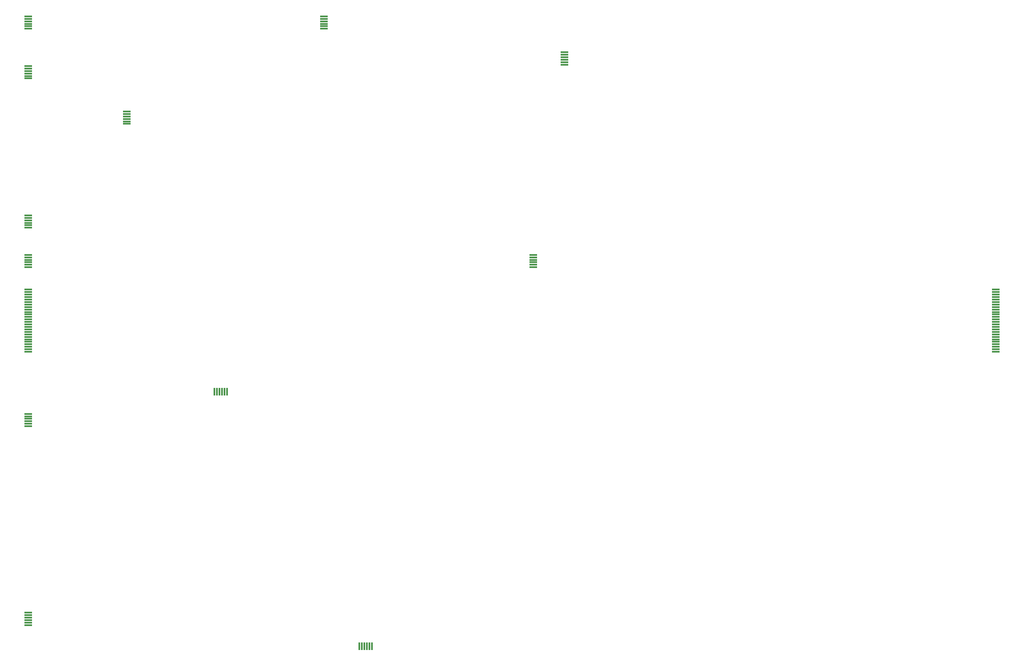
<source format=gtp>
G04*
G04 #@! TF.GenerationSoftware,Altium Limited,Altium Designer,23.10.1 (27)*
G04*
G04 Layer_Color=8421504*
%FSLAX25Y25*%
%MOIN*%
G70*
G04*
G04 #@! TF.SameCoordinates,75E589B0-4E0D-4890-912C-9D4B5755E1C0*
G04*
G04*
G04 #@! TF.FilePolarity,Positive*
G04*
G01*
G75*
%ADD12R,0.05906X0.01181*%
%ADD13R,0.01181X0.05906*%
D12*
X2953Y-364173D02*
D03*
Y-362205D02*
D03*
Y-360236D02*
D03*
Y-358268D02*
D03*
Y-356299D02*
D03*
Y-354331D02*
D03*
Y-206693D02*
D03*
Y-204724D02*
D03*
Y-202756D02*
D03*
Y-200787D02*
D03*
X2953Y-198819D02*
D03*
Y-196850D02*
D03*
X768701Y-137795D02*
D03*
Y-139764D02*
D03*
Y-141732D02*
D03*
Y-143701D02*
D03*
Y-145669D02*
D03*
Y-147638D02*
D03*
Y-135827D02*
D03*
Y-133858D02*
D03*
Y-131890D02*
D03*
Y-129921D02*
D03*
Y-127953D02*
D03*
Y-125984D02*
D03*
Y-124016D02*
D03*
X768701Y-122047D02*
D03*
X768701Y-120079D02*
D03*
Y-118110D02*
D03*
Y-116142D02*
D03*
Y-114173D02*
D03*
Y-112205D02*
D03*
Y-110236D02*
D03*
Y-108268D02*
D03*
Y-106299D02*
D03*
Y-104331D02*
D03*
Y-102362D02*
D03*
Y-100394D02*
D03*
Y-98425D02*
D03*
X2953Y-108268D02*
D03*
Y-106299D02*
D03*
Y-104331D02*
D03*
Y-102362D02*
D03*
Y-100394D02*
D03*
Y-98425D02*
D03*
Y-110236D02*
D03*
Y-112205D02*
D03*
Y-114173D02*
D03*
Y-116142D02*
D03*
Y-118110D02*
D03*
Y-120079D02*
D03*
Y-122047D02*
D03*
Y-124016D02*
D03*
Y-125984D02*
D03*
Y-127953D02*
D03*
Y-129921D02*
D03*
Y-131890D02*
D03*
Y-133858D02*
D03*
Y-135827D02*
D03*
Y-137795D02*
D03*
Y-139764D02*
D03*
Y-141732D02*
D03*
Y-143701D02*
D03*
Y-145669D02*
D03*
Y-147638D02*
D03*
Y68898D02*
D03*
Y70866D02*
D03*
Y72835D02*
D03*
Y74803D02*
D03*
Y76772D02*
D03*
Y78740D02*
D03*
X81004Y32874D02*
D03*
Y34843D02*
D03*
Y36811D02*
D03*
Y38780D02*
D03*
Y40748D02*
D03*
Y42717D02*
D03*
X2953Y108268D02*
D03*
Y110236D02*
D03*
Y112205D02*
D03*
Y114173D02*
D03*
Y116142D02*
D03*
Y118110D02*
D03*
X237205Y108268D02*
D03*
Y110236D02*
D03*
Y112205D02*
D03*
Y114173D02*
D03*
Y116142D02*
D03*
Y118110D02*
D03*
X2953Y-49409D02*
D03*
Y-47441D02*
D03*
Y-45472D02*
D03*
Y-43504D02*
D03*
Y-41535D02*
D03*
Y-39567D02*
D03*
X427362Y79724D02*
D03*
Y81693D02*
D03*
Y83661D02*
D03*
Y85630D02*
D03*
Y87598D02*
D03*
Y89567D02*
D03*
X2953Y-80709D02*
D03*
Y-78740D02*
D03*
Y-76772D02*
D03*
Y-74803D02*
D03*
Y-72835D02*
D03*
Y-70866D02*
D03*
X402559Y-80709D02*
D03*
Y-78740D02*
D03*
Y-76772D02*
D03*
Y-74803D02*
D03*
Y-72835D02*
D03*
Y-70866D02*
D03*
D13*
X274902Y-381102D02*
D03*
X272933D02*
D03*
X270965D02*
D03*
X268996D02*
D03*
X267028D02*
D03*
X265059D02*
D03*
X150492Y-179134D02*
D03*
X152461D02*
D03*
X154429D02*
D03*
X156398D02*
D03*
X158366D02*
D03*
X160335D02*
D03*
M02*

</source>
